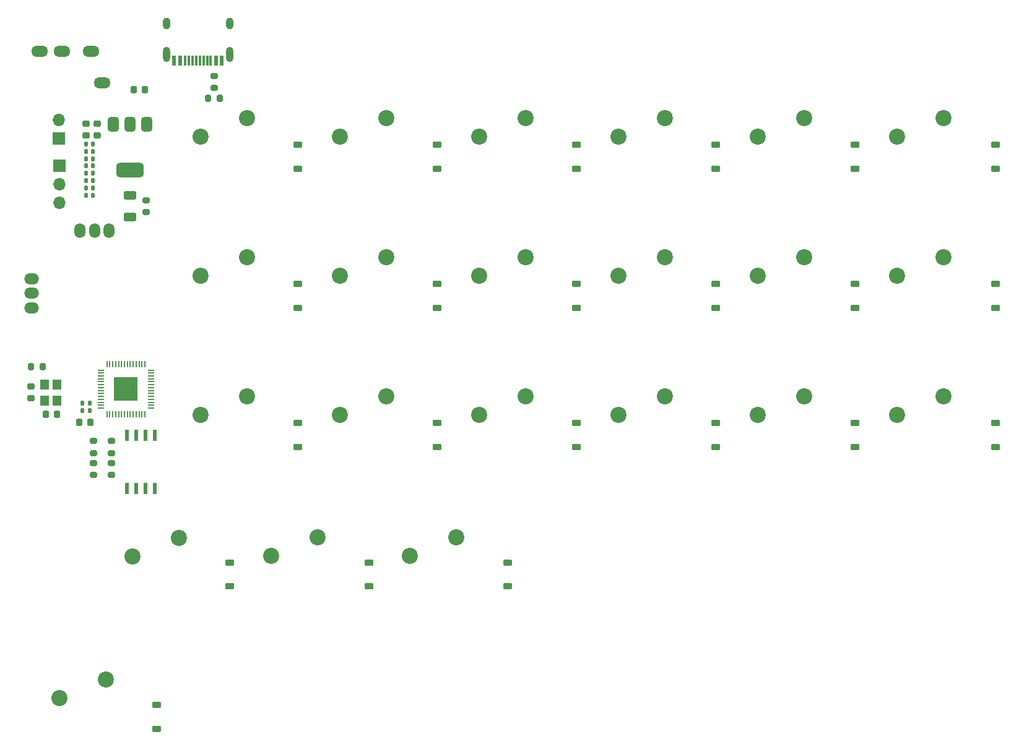
<source format=gbr>
%TF.GenerationSoftware,KiCad,Pcbnew,9.0.0*%
%TF.CreationDate,2025-03-25T03:20:05+09:00*%
%TF.ProjectId,keyboardR,6b657962-6f61-4726-9452-2e6b69636164,rev?*%
%TF.SameCoordinates,Original*%
%TF.FileFunction,Soldermask,Top*%
%TF.FilePolarity,Negative*%
%FSLAX46Y46*%
G04 Gerber Fmt 4.6, Leading zero omitted, Abs format (unit mm)*
G04 Created by KiCad (PCBNEW 9.0.0) date 2025-03-25 03:20:05*
%MOMM*%
%LPD*%
G01*
G04 APERTURE LIST*
G04 Aperture macros list*
%AMRoundRect*
0 Rectangle with rounded corners*
0 $1 Rounding radius*
0 $2 $3 $4 $5 $6 $7 $8 $9 X,Y pos of 4 corners*
0 Add a 4 corners polygon primitive as box body*
4,1,4,$2,$3,$4,$5,$6,$7,$8,$9,$2,$3,0*
0 Add four circle primitives for the rounded corners*
1,1,$1+$1,$2,$3*
1,1,$1+$1,$4,$5*
1,1,$1+$1,$6,$7*
1,1,$1+$1,$8,$9*
0 Add four rect primitives between the rounded corners*
20,1,$1+$1,$2,$3,$4,$5,0*
20,1,$1+$1,$4,$5,$6,$7,0*
20,1,$1+$1,$6,$7,$8,$9,0*
20,1,$1+$1,$8,$9,$2,$3,0*%
G04 Aperture macros list end*
%ADD10O,2.300000X1.500000*%
%ADD11R,0.600000X1.450000*%
%ADD12R,0.300000X1.450000*%
%ADD13O,1.000000X2.100000*%
%ADD14O,1.000000X1.600000*%
%ADD15RoundRect,0.225000X-0.225000X-0.250000X0.225000X-0.250000X0.225000X0.250000X-0.225000X0.250000X0*%
%ADD16RoundRect,0.225000X0.375000X-0.225000X0.375000X0.225000X-0.375000X0.225000X-0.375000X-0.225000X0*%
%ADD17C,2.200000*%
%ADD18RoundRect,0.250000X0.625000X-0.312500X0.625000X0.312500X-0.625000X0.312500X-0.625000X-0.312500X0*%
%ADD19RoundRect,0.140000X0.140000X0.170000X-0.140000X0.170000X-0.140000X-0.170000X0.140000X-0.170000X0*%
%ADD20O,2.000000X1.500000*%
%ADD21O,1.500000X2.000000*%
%ADD22RoundRect,0.375000X-0.375000X0.625000X-0.375000X-0.625000X0.375000X-0.625000X0.375000X0.625000X0*%
%ADD23RoundRect,0.500000X-1.400000X0.500000X-1.400000X-0.500000X1.400000X-0.500000X1.400000X0.500000X0*%
%ADD24RoundRect,0.200000X0.200000X0.275000X-0.200000X0.275000X-0.200000X-0.275000X0.200000X-0.275000X0*%
%ADD25R,0.533400X1.524000*%
%ADD26RoundRect,0.225000X-0.250000X0.225000X-0.250000X-0.225000X0.250000X-0.225000X0.250000X0.225000X0*%
%ADD27RoundRect,0.200000X0.275000X-0.200000X0.275000X0.200000X-0.275000X0.200000X-0.275000X-0.200000X0*%
%ADD28RoundRect,0.050000X0.387500X0.050000X-0.387500X0.050000X-0.387500X-0.050000X0.387500X-0.050000X0*%
%ADD29RoundRect,0.050000X0.050000X0.387500X-0.050000X0.387500X-0.050000X-0.387500X0.050000X-0.387500X0*%
%ADD30R,3.200000X3.200000*%
%ADD31RoundRect,0.200000X-0.275000X0.200000X-0.275000X-0.200000X0.275000X-0.200000X0.275000X0.200000X0*%
%ADD32R,1.700000X1.700000*%
%ADD33O,1.700000X1.700000*%
%ADD34RoundRect,0.200000X-0.200000X-0.275000X0.200000X-0.275000X0.200000X0.275000X-0.200000X0.275000X0*%
%ADD35RoundRect,0.225000X0.225000X0.250000X-0.225000X0.250000X-0.225000X-0.250000X0.225000X-0.250000X0*%
%ADD36RoundRect,0.225000X0.250000X-0.225000X0.250000X0.225000X-0.250000X0.225000X-0.250000X-0.225000X0*%
%ADD37R,1.200000X1.400000*%
G04 APERTURE END LIST*
D10*
%TO.C,J4*%
X84663762Y-50324000D03*
X81663762Y-50324000D03*
X90163762Y-54624000D03*
X88663762Y-50324000D03*
%TD*%
D11*
%TO.C,J1*%
X106554762Y-51595000D03*
X105754762Y-51595000D03*
D12*
X104554762Y-51595000D03*
X103554762Y-51595000D03*
X103054762Y-51595000D03*
X102054762Y-51595000D03*
D11*
X100854762Y-51595000D03*
X100054762Y-51595000D03*
X100054762Y-51595000D03*
X100854762Y-51595000D03*
D12*
X101554762Y-51595000D03*
X102554762Y-51595000D03*
X104054762Y-51595000D03*
X105054762Y-51595000D03*
D11*
X105754762Y-51595000D03*
X106554762Y-51595000D03*
D13*
X107624762Y-50680000D03*
D14*
X107624762Y-46500000D03*
D13*
X98984762Y-50680000D03*
D14*
X98984762Y-46500000D03*
%TD*%
D15*
%TO.C,C15*%
X82500000Y-100000000D03*
X84050000Y-100000000D03*
%TD*%
D16*
%TO.C,D12*%
X116983762Y-85399000D03*
X116983762Y-82099000D03*
%TD*%
%TO.C,D9*%
X174133762Y-85399000D03*
X174133762Y-82099000D03*
%TD*%
D17*
%TO.C,SW12*%
X110013762Y-78474000D03*
X103663762Y-81014000D03*
%TD*%
D18*
%TO.C,R5*%
X93984762Y-72962500D03*
X93984762Y-70037500D03*
%TD*%
D16*
%TO.C,D6*%
X116983762Y-66349000D03*
X116983762Y-63049000D03*
%TD*%
D17*
%TO.C,SW14*%
X186213762Y-97524000D03*
X179863762Y-100064000D03*
%TD*%
D16*
%TO.C,D20*%
X126663762Y-123574000D03*
X126663762Y-120274000D03*
%TD*%
%TO.C,D3*%
X174133762Y-66349000D03*
X174133762Y-63049000D03*
%TD*%
D19*
%TO.C,C11*%
X88480000Y-99500000D03*
X87520000Y-99500000D03*
%TD*%
D20*
%TO.C,J5*%
X80563762Y-81424000D03*
D21*
X91163762Y-74824000D03*
D20*
X80563762Y-83424000D03*
X80563762Y-85424000D03*
D21*
X87163762Y-74824000D03*
X89163762Y-74824000D03*
%TD*%
D17*
%TO.C,SW18*%
X110013762Y-97524000D03*
X103663762Y-100064000D03*
%TD*%
D16*
%TO.C,D13*%
X212333762Y-104449000D03*
X212333762Y-101149000D03*
%TD*%
D22*
%TO.C,U2*%
X96284762Y-60274000D03*
X93984762Y-60274000D03*
D23*
X93984762Y-66574000D03*
D22*
X91684762Y-60274000D03*
%TD*%
D24*
%TO.C,R2*%
X106325000Y-56750000D03*
X104675000Y-56750000D03*
%TD*%
D16*
%TO.C,D1*%
X212333762Y-66394000D03*
X212333762Y-63094000D03*
%TD*%
D25*
%TO.C,U3*%
X97356464Y-102901207D03*
X96086464Y-102901207D03*
X94816464Y-102901207D03*
X93546464Y-102901207D03*
X93546464Y-110191007D03*
X94816464Y-110191007D03*
X96086464Y-110191007D03*
X97356464Y-110191007D03*
%TD*%
D17*
%TO.C,SW17*%
X129063762Y-97524000D03*
X122713762Y-100064000D03*
%TD*%
D26*
%TO.C,C10*%
X87984762Y-60225000D03*
X87984762Y-61775000D03*
%TD*%
D16*
%TO.C,D21*%
X107663762Y-123574000D03*
X107663762Y-120274000D03*
%TD*%
D27*
%TO.C,R1*%
X105500000Y-55325000D03*
X105500000Y-53675000D03*
%TD*%
D17*
%TO.C,SW20*%
X119703762Y-116844000D03*
X113353762Y-119384000D03*
%TD*%
%TO.C,SW1*%
X205263762Y-59424000D03*
X198913762Y-61964000D03*
%TD*%
D19*
%TO.C,C4*%
X88964762Y-67000000D03*
X88004762Y-67000000D03*
%TD*%
%TO.C,C14*%
X88964762Y-66000000D03*
X88004762Y-66000000D03*
%TD*%
D17*
%TO.C,SW11*%
X129063762Y-78474000D03*
X122713762Y-81014000D03*
%TD*%
D16*
%TO.C,D17*%
X136033762Y-104449000D03*
X136033762Y-101149000D03*
%TD*%
%TO.C,D5*%
X136033762Y-66349000D03*
X136033762Y-63049000D03*
%TD*%
%TO.C,D19*%
X145663762Y-123574000D03*
X145663762Y-120274000D03*
%TD*%
D17*
%TO.C,SW9*%
X167163762Y-78474000D03*
X160813762Y-81014000D03*
%TD*%
%TO.C,SW10*%
X148113762Y-78474000D03*
X141763762Y-81014000D03*
%TD*%
D16*
%TO.C,D11*%
X136033762Y-85399000D03*
X136033762Y-82099000D03*
%TD*%
D17*
%TO.C,SW15*%
X167163762Y-97524000D03*
X160813762Y-100064000D03*
%TD*%
D16*
%TO.C,D4*%
X155083762Y-66349000D03*
X155083762Y-63049000D03*
%TD*%
D17*
%TO.C,SW5*%
X129063762Y-59424000D03*
X122713762Y-61964000D03*
%TD*%
D19*
%TO.C,C6*%
X88964762Y-69000000D03*
X88004762Y-69000000D03*
%TD*%
D28*
%TO.C,U1*%
X96887500Y-99150000D03*
X96887500Y-98750000D03*
X96887500Y-98350000D03*
X96887500Y-97950000D03*
X96887500Y-97550000D03*
X96887500Y-97150000D03*
X96887500Y-96750000D03*
X96887500Y-96350000D03*
X96887500Y-95950000D03*
X96887500Y-95550000D03*
X96887500Y-95150000D03*
X96887500Y-94750000D03*
X96887500Y-94350000D03*
X96887500Y-93950000D03*
D29*
X96050000Y-93112500D03*
X95650000Y-93112500D03*
X95250000Y-93112500D03*
X94850000Y-93112500D03*
X94450000Y-93112500D03*
X94050000Y-93112500D03*
X93650000Y-93112500D03*
X93250000Y-93112500D03*
X92850000Y-93112500D03*
X92450000Y-93112500D03*
X92050000Y-93112500D03*
X91650000Y-93112500D03*
X91250000Y-93112500D03*
X90850000Y-93112500D03*
D28*
X90012500Y-93950000D03*
X90012500Y-94350000D03*
X90012500Y-94750000D03*
X90012500Y-95150000D03*
X90012500Y-95550000D03*
X90012500Y-95950000D03*
X90012500Y-96350000D03*
X90012500Y-96750000D03*
X90012500Y-97150000D03*
X90012500Y-97550000D03*
X90012500Y-97950000D03*
X90012500Y-98350000D03*
X90012500Y-98750000D03*
X90012500Y-99150000D03*
D29*
X90850000Y-99987500D03*
X91250000Y-99987500D03*
X91650000Y-99987500D03*
X92050000Y-99987500D03*
X92450000Y-99987500D03*
X92850000Y-99987500D03*
X93250000Y-99987500D03*
X93650000Y-99987500D03*
X94050000Y-99987500D03*
X94450000Y-99987500D03*
X94850000Y-99987500D03*
X95250000Y-99987500D03*
X95650000Y-99987500D03*
X96050000Y-99987500D03*
D30*
X93450000Y-96550000D03*
%TD*%
D31*
%TO.C,R9*%
X91500000Y-103675000D03*
X91500000Y-105325000D03*
%TD*%
D32*
%TO.C,J3*%
X84265238Y-62275000D03*
D33*
X84265238Y-59735000D03*
%TD*%
D31*
%TO.C,R3*%
X89000000Y-106675000D03*
X89000000Y-108325000D03*
%TD*%
D16*
%TO.C,D7*%
X212333762Y-85399000D03*
X212333762Y-82099000D03*
%TD*%
D17*
%TO.C,SW13*%
X205263762Y-97524000D03*
X198913762Y-100064000D03*
%TD*%
D16*
%TO.C,D18*%
X116983762Y-104449000D03*
X116983762Y-101149000D03*
%TD*%
%TO.C,D15*%
X174133762Y-104449000D03*
X174133762Y-101149000D03*
%TD*%
D17*
%TO.C,SW2*%
X186213762Y-59424000D03*
X179863762Y-61964000D03*
%TD*%
D19*
%TO.C,C12*%
X88480000Y-98500000D03*
X87520000Y-98500000D03*
%TD*%
D16*
%TO.C,D8*%
X193183762Y-85399000D03*
X193183762Y-82099000D03*
%TD*%
%TO.C,D2*%
X193183762Y-66349000D03*
X193183762Y-63049000D03*
%TD*%
D17*
%TO.C,SW3*%
X167163762Y-59424000D03*
X160813762Y-61964000D03*
%TD*%
D26*
%TO.C,C2*%
X89484762Y-60225000D03*
X89484762Y-61775000D03*
%TD*%
D19*
%TO.C,C9*%
X88964762Y-64000000D03*
X88004762Y-64000000D03*
%TD*%
D17*
%TO.C,SW4*%
X148113762Y-59424000D03*
X141763762Y-61964000D03*
%TD*%
%TO.C,SW6*%
X110013762Y-59424000D03*
X103663762Y-61964000D03*
%TD*%
%TO.C,SW8*%
X186213762Y-78474000D03*
X179863762Y-81014000D03*
%TD*%
D34*
%TO.C,R7*%
X80425000Y-93500000D03*
X82075000Y-93500000D03*
%TD*%
D35*
%TO.C,C13*%
X88576000Y-101076000D03*
X87026000Y-101076000D03*
%TD*%
D19*
%TO.C,C8*%
X88964762Y-68000000D03*
X88004762Y-68000000D03*
%TD*%
D31*
%TO.C,R8*%
X89000000Y-103675000D03*
X89000000Y-105325000D03*
%TD*%
D16*
%TO.C,D22*%
X97663762Y-143074000D03*
X97663762Y-139774000D03*
%TD*%
D19*
%TO.C,C3*%
X88964762Y-63000000D03*
X88004762Y-63000000D03*
%TD*%
D35*
%TO.C,C1*%
X96025000Y-55550000D03*
X94475000Y-55550000D03*
%TD*%
D17*
%TO.C,SW22*%
X90703762Y-136344000D03*
X84353762Y-138884000D03*
%TD*%
D36*
%TO.C,C16*%
X80500000Y-97775000D03*
X80500000Y-96225000D03*
%TD*%
D16*
%TO.C,D16*%
X155083762Y-104449000D03*
X155083762Y-101149000D03*
%TD*%
D31*
%TO.C,R4*%
X91500000Y-106675000D03*
X91500000Y-108325000D03*
%TD*%
D16*
%TO.C,D10*%
X155083762Y-85399000D03*
X155083762Y-82099000D03*
%TD*%
D27*
%TO.C,R6*%
X96234762Y-72325000D03*
X96234762Y-70675000D03*
%TD*%
D32*
%TO.C,J2*%
X84365238Y-65975000D03*
D33*
X84365238Y-68515000D03*
X84365238Y-71055000D03*
%TD*%
D16*
%TO.C,D14*%
X193183762Y-104449000D03*
X193183762Y-101149000D03*
%TD*%
D19*
%TO.C,C5*%
X88964762Y-70000000D03*
X88004762Y-70000000D03*
%TD*%
D37*
%TO.C,Y1*%
X82300000Y-95900000D03*
X82300000Y-98100000D03*
X84000000Y-98100000D03*
X84000000Y-95900000D03*
%TD*%
D17*
%TO.C,SW19*%
X138623762Y-116844000D03*
X132273762Y-119384000D03*
%TD*%
%TO.C,SW7*%
X205263762Y-78474000D03*
X198913762Y-81014000D03*
%TD*%
%TO.C,SW16*%
X148113762Y-97524000D03*
X141763762Y-100064000D03*
%TD*%
%TO.C,SW21*%
X100663762Y-116924000D03*
X94313762Y-119464000D03*
%TD*%
D19*
%TO.C,C7*%
X88964762Y-65000000D03*
X88004762Y-65000000D03*
%TD*%
M02*

</source>
